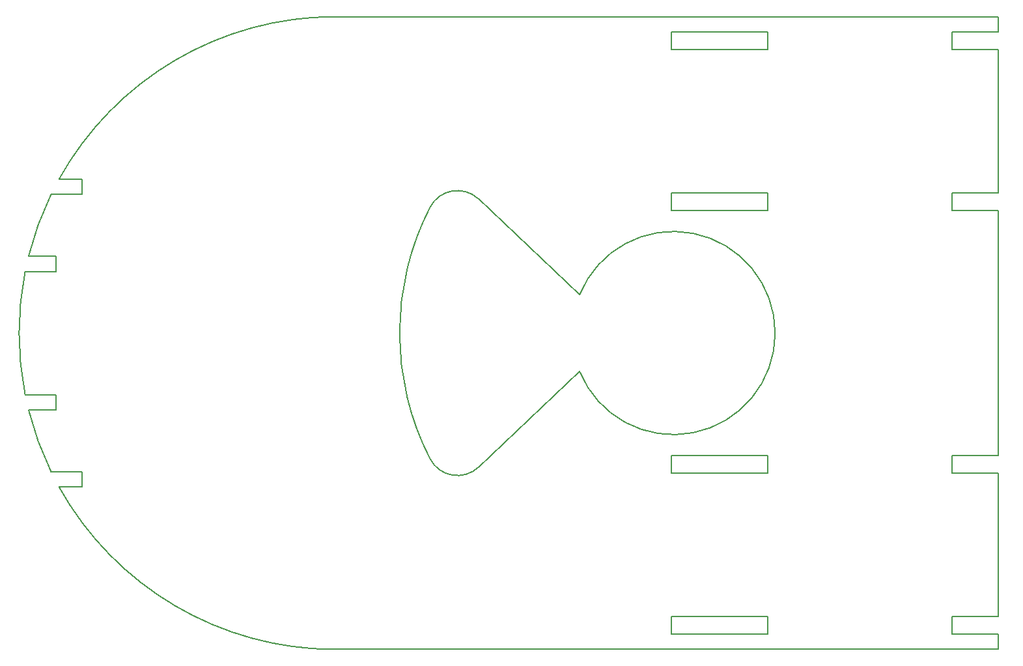
<source format=gbr>
%TF.GenerationSoftware,KiCad,Pcbnew,7.0.11-7.0.11~ubuntu22.04.1*%
%TF.CreationDate,2024-07-28T12:14:49-07:00*%
%TF.ProjectId,little_red_rover,6c697474-6c65-45f7-9265-645f726f7665,rev?*%
%TF.SameCoordinates,Original*%
%TF.FileFunction,Profile,NP*%
%FSLAX46Y46*%
G04 Gerber Fmt 4.6, Leading zero omitted, Abs format (unit mm)*
G04 Created by KiCad (PCBNEW 7.0.11-7.0.11~ubuntu22.04.1) date 2024-07-28 12:14:49*
%MOMM*%
%LPD*%
G01*
G04 APERTURE LIST*
%TA.AperFunction,Profile*%
%ADD10C,0.200000*%
%TD*%
G04 APERTURE END LIST*
D10*
X139859924Y-83561414D02*
G75*
G03*
X139859924Y-116258586I31660076J-16348586D01*
G01*
X213720000Y-115810000D02*
X207720000Y-115810000D01*
X159303618Y-104910000D02*
X146161528Y-117330432D01*
X207720000Y-81710000D02*
X207720000Y-84010000D01*
X213720000Y-139010000D02*
X207720000Y-139010000D01*
X127520000Y-58810000D02*
X213720000Y-58810000D01*
X91206107Y-109910000D02*
X87655103Y-109910000D01*
X171220000Y-81710000D02*
X171220000Y-84010000D01*
X183720000Y-136710000D02*
X183720000Y-139010000D01*
X146161477Y-82489622D02*
G75*
G03*
X139859924Y-83561414I-2747477J-2907078D01*
G01*
X127520000Y-58810000D02*
G75*
G03*
X91614429Y-79910000I0J-41100000D01*
G01*
X183720000Y-136710000D02*
X171220000Y-136710000D01*
X171220000Y-118110000D02*
X171220000Y-115810000D01*
X94571252Y-119910000D02*
X91614429Y-119910000D01*
X207720000Y-136710000D02*
X207720000Y-139010000D01*
X213720000Y-136710000D02*
X207720000Y-136710000D01*
X213720000Y-63110000D02*
X207720000Y-63110000D01*
X87206107Y-91910000D02*
X91206107Y-91910000D01*
X213720000Y-136710000D02*
X213720000Y-118110000D01*
X90571252Y-81910000D02*
G75*
G03*
X87655103Y-89910000I36948748J-18000000D01*
G01*
X213720000Y-81710000D02*
X207720000Y-81710000D01*
X171220000Y-136710000D02*
X171220000Y-139010000D01*
X183720000Y-63110000D02*
X183720000Y-60810000D01*
X183720000Y-115810000D02*
X171220000Y-115810000D01*
X127520000Y-141010000D02*
X213720000Y-141010000D01*
X213720000Y-84010000D02*
X207720000Y-84010000D01*
X213720000Y-141010000D02*
X213720000Y-139010000D01*
X94571252Y-79910000D02*
X91614429Y-79910000D01*
X213720000Y-118110000D02*
X207720000Y-118110000D01*
X213720000Y-60810000D02*
X213720000Y-58810000D01*
X183720000Y-63110000D02*
X171220000Y-63110000D01*
X159303618Y-94910000D02*
X146161528Y-82489568D01*
X91614429Y-119910000D02*
G75*
G03*
X127520000Y-141010000I35905571J20000000D01*
G01*
X94571252Y-81910000D02*
X94571252Y-79910000D01*
X87206108Y-91910000D02*
G75*
G03*
X87206108Y-107910000I40313892J-8000000D01*
G01*
X183720000Y-118110000D02*
X183720000Y-115810000D01*
X87655104Y-109910000D02*
G75*
G03*
X90571253Y-117910000I39864896J10000000D01*
G01*
X91206107Y-91910000D02*
X91206107Y-89910000D01*
X183720000Y-81710000D02*
X183720000Y-84010000D01*
X94571252Y-117910000D02*
X94571252Y-119910000D01*
X159303619Y-104910000D02*
G75*
G03*
X159303619Y-94910000I12216381J5000000D01*
G01*
X90571252Y-81910000D02*
X94571252Y-81910000D01*
X139859859Y-116258620D02*
G75*
G03*
X146161527Y-117330431I3554141J1835320D01*
G01*
X213720000Y-60810000D02*
X207720000Y-60810000D01*
X207720000Y-63110000D02*
X207720000Y-60810000D01*
X183720000Y-81710000D02*
X171220000Y-81710000D01*
X90571252Y-117910000D02*
X94571252Y-117910000D01*
X91206107Y-89910000D02*
X87655103Y-89910000D01*
X91206107Y-107910000D02*
X91206107Y-109910000D01*
X183720000Y-118110000D02*
X171220000Y-118110000D01*
X213720000Y-115810000D02*
X213720000Y-84010000D01*
X171220000Y-63110000D02*
X171220000Y-60810000D01*
X207720000Y-118110000D02*
X207720000Y-115810000D01*
X87206107Y-107910000D02*
X91206107Y-107910000D01*
X213720000Y-81710000D02*
X213720000Y-63110000D01*
X183720000Y-139010000D02*
X171220000Y-139010000D01*
X183720000Y-84010000D02*
X171220000Y-84010000D01*
X183720000Y-60810000D02*
X171220000Y-60810000D01*
M02*

</source>
